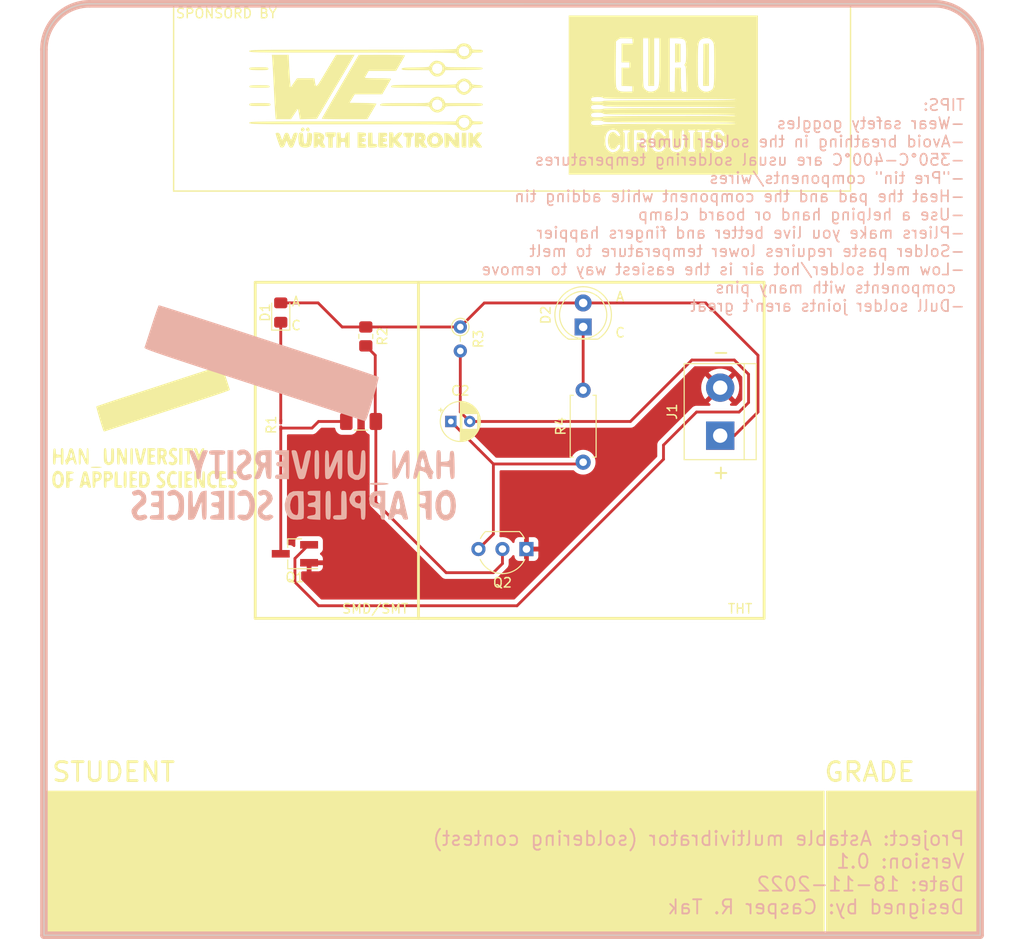
<source format=kicad_pcb>
(kicad_pcb (version 20211014) (generator pcbnew)
  (title_block (title "Soldering contest PCB HAN") (date "2022-11-18") (rev "V0.1") (company "HAN") (comment 1 "Designed by: Casper R. Tak"))
  (layers (0 "F.Cu" signal) (31 "B.Cu" signal) (34 "B.Paste" user) (35 "F.Paste" user) (36 "B.SilkS" user "B.Silkscreen") (37 "F.SilkS" user "F.Silkscreen") (38 "B.Mask" user) (39 "F.Mask" user) (44 "Edge.Cuts" user))
  (net 0 "")
  (net 1 "Net-(C1-Pad1)")
  (net 2 "Net-(C1-Pad2)")
  (net 3 "Net-(C2-Pad1)")
  (net 4 "Net-(C2-Pad2)")
  (net 5 "Net-(D1-Pad1)")
  (net 6 "Net-(D1-Pad2)")
  (net 7 "Net-(D2-Pad1)")
  (net 8 "GND")
  (footprint "Resistor_SMD:R_0805_2012Metric_Pad1.20x1.40mm_HandSolder" (layer "F.Cu") (at 145.304 86.5 -90)
    (fp_text reference "R2" (at 0 -1.762 90) (layer "F.SilkS"))
    (fp_text value "10k")
    (pad "1" smd roundrect (at -1 0 270) (size 1.2 1.4) (layers "F.Cu" "F.Paste" "F.Mask") (roundrect_rratio 0.208333) (net 6 "Net-(D1-Pad2)"))
    (pad "2" smd roundrect (at 1 0 270) (size 1.2 1.4) (layers "F.Cu" "F.Paste" "F.Mask") (roundrect_rratio 0.208333) (net 2 "Net-(C1-Pad2)"))
  )
  (footprint "MountingHole:MountingHole_4.3mm_M4" (layer "F.Cu") (at 205.486 56.134)
    (fp_text reference "REF**" hide)
    (fp_text value "MountingHole_4.3mm_M4")
    (pad "" np_thru_hole circle (at 0 0) (size 4.3 4.3) (drill 4.3) (layers *.Cu *.Mask))
  )
  (footprint "LOGO" (layer "F.Cu") (at 145.288 60.96)
    (fp_text reference "G***" hide)
    (fp_text value "LOGO" hide)
  )
  (footprint "LED_THT:LED_D5.0mm_Clear" (layer "F.Cu") (at 168.304 85.5 90)
    (fp_text reference "D2" (at 1.27 -3.96 90) (layer "F.SilkS"))
    (fp_text value "LED")
    (pad "1" thru_hole rect (at 0 0 90) (size 1.8 1.8) (drill 0.9) (layers *.Cu *.Mask) (net 7 "Net-(D2-Pad1)"))
    (pad "2" thru_hole circle (at 2.54 0 90) (size 1.8 1.8) (drill 0.9) (layers *.Cu *.Mask) (net 6 "Net-(D1-Pad2)"))
  )
  (footprint "Capacitor_SMD:C_1206_3216Metric_Pad1.33x1.80mm_HandSolder" (layer "F.Cu") (at 144.804 95.5)
    (fp_text reference "C1" (at 0 -1.85) (layer "F.SilkS"))
    (fp_text value "10uF 16V")
    (pad "1" smd roundrect (at -1.5625 0) (size 1.325 1.8) (layers "F.Cu" "F.Paste" "F.Mask") (roundrect_rratio 0.188679) (net 1 "Net-(C1-Pad1)"))
    (pad "2" smd roundrect (at 1.5625 0) (size 1.325 1.8) (layers "F.Cu" "F.Paste" "F.Mask") (roundrect_rratio 0.188679) (net 2 "Net-(C1-Pad2)"))
  )
  (footprint "LOGO" (layer "F.Cu") (at 121.92 96.012)
    (fp_text reference "G***" hide)
    (fp_text value "LOGO" hide)
  )
  (footprint "LED_SMD:LED_0805_2012Metric_Pad1.15x1.40mm_HandSolder" (layer "F.Cu") (at 136.304 83.975 90)
    (fp_text reference "D1" (at 0 -1.65 90) (layer "F.SilkS"))
    (fp_text value "LED")
    (pad "1" smd roundrect (at -1.025 0 90) (size 1.15 1.4) (layers "F.Cu" "F.Paste" "F.Mask") (roundrect_rratio 0.217391) (net 5 "Net-(D1-Pad1)"))
    (pad "2" smd roundrect (at 1.025 0 90) (size 1.15 1.4) (layers "F.Cu" "F.Paste" "F.Mask") (roundrect_rratio 0.217391) (net 6 "Net-(D1-Pad2)"))
  )
  (footprint "Resistor_SMD:R_01005_0402Metric_Pad0.57x0.30mm_HandSolder" (layer "F.Cu") (at 136.304 95.8625 90)
    (fp_text reference "R1" (at 0 -1 90) (layer "F.SilkS"))
    (fp_text value "2k2")
    (pad "1" smd roundrect (at -0.3375 0 90) (size 0.575 0.3) (layers "F.Cu" "F.Mask") (net 1 "Net-(C1-Pad1)"))
    (pad "2" smd roundrect (at 0.3375 0 90) (size 0.575 0.3) (layers "F.Cu" "F.Mask") (net 5 "Net-(D1-Pad1)"))
  )
  (footprint "Resistor_THT:R_Axial_DIN0207_L6.3mm_D2.5mm_P7.62mm_Horizontal" (layer "F.Cu") (at 168.304 99.81 90)
    (fp_text reference "R4" (at 3.81 -2.37 90) (layer "F.SilkS"))
    (fp_text value "2k2")
    (pad "1" thru_hole circle (at 0 0 90) (size 1.6 1.6) (drill 0.8) (layers *.Cu *.Mask) (net 3 "Net-(C2-Pad1)"))
    (pad "2" thru_hole oval (at 7.62 0 90) (size 1.6 1.6) (drill 0.8) (layers *.Cu *.Mask) (net 7 "Net-(D2-Pad1)"))
  )
  (footprint "Resistor_THT:R_Axial_DIN0204_L3.6mm_D1.6mm_P2.54mm_Vertical" (layer "F.Cu") (at 155.304 85.5 -90)
    (fp_text reference "R3" (at 1.27 -1.92 90) (layer "F.SilkS"))
    (fp_text value "10k")
    (pad "1" thru_hole circle (at 0 0 270) (size 1.4 1.4) (drill 0.7) (layers *.Cu *.Mask) (net 6 "Net-(D1-Pad2)"))
    (pad "2" thru_hole oval (at 2.54 0 270) (size 1.4 1.4) (drill 0.7) (layers *.Cu *.Mask) (net 4 "Net-(C2-Pad2)"))
  )
  (footprint "TerminalBlock:TerminalBlock_bornier-2_P5.08mm" (layer "F.Cu") (at 182.804 97 90)
    (fp_text reference "J1" (at 2.54 -5.08 90) (layer "F.SilkS"))
    (fp_text value "Screw_Terminal_01x02")
    (pad "1" thru_hole rect (at 0 0 90) (size 3 3) (drill 1.52) (layers *.Cu *.Mask) (net 6 "Net-(D1-Pad2)"))
    (pad "2" thru_hole circle (at 5.08 0 90) (size 3 3) (drill 1.52) (layers *.Cu *.Mask) (net 8 "GND"))
  )
  (footprint "Capacitor_THT:CP_Radial_D4.0mm_P2.00mm" (layer "F.Cu") (at 154.304 95.5)
    (fp_text reference "C2" (at 1 -3.25) (layer "F.SilkS"))
    (fp_text value "10uF 16V")
    (pad "1" thru_hole rect (at 0 0) (size 1.2 1.2) (drill 0.6) (layers *.Cu *.Mask) (net 3 "Net-(C2-Pad1)"))
    (pad "2" thru_hole circle (at 2 0) (size 1.2 1.2) (drill 0.6) (layers *.Cu *.Mask) (net 4 "Net-(C2-Pad2)"))
  )
  (footprint "Package_TO_SOT_SMD:SOT-23_Handsoldering" (layer "F.Cu") (at 137.804 109.5 180)
    (fp_text reference "Q1" (at 0 -2.5) (layer "F.SilkS"))
    (fp_text value "2N3904")
    (pad "1" smd rect (at -1.5 -0.95 180) (size 1.9 0.8) (layers "F.Cu" "F.Paste" "F.Mask") (net 8 "GND"))
    (pad "2" smd rect (at -1.5 0.95 180) (size 1.9 0.8) (layers "F.Cu" "F.Paste" "F.Mask") (net 4 "Net-(C2-Pad2)"))
    (pad "3" smd rect (at 1.5 0 180) (size 1.9 0.8) (layers "F.Cu" "F.Paste" "F.Mask") (net 1 "Net-(C1-Pad1)"))
  )
  (footprint "MountingHole:MountingHole_4.3mm_M4" (layer "F.Cu") (at 116.078 56.134)
    (fp_text reference "REF**" hide)
    (fp_text value "MountingHole_4.3mm_M4")
    (pad "" np_thru_hole circle (at 0 0) (size 4.3 4.3) (drill 4.3) (layers *.Cu *.Mask))
  )
  (footprint "Package_TO_SOT_THT:TO-92_Inline_Wide" (layer "F.Cu") (at 162.304 109 180)
    (fp_text reference "Q2" (at 2.54 -3.56 180) (layer "F.SilkS"))
    (fp_text value "2N3904")
    (pad "1" thru_hole rect (at 0 0 180) (size 1.5 1.5) (drill 0.8) (layers *.Cu *.Mask) (net 8 "GND"))
    (pad "2" thru_hole circle (at 2.54 0 180) (size 1.5 1.5) (drill 0.8) (layers *.Cu *.Mask) (net 2 "Net-(C1-Pad2)"))
    (pad "3" thru_hole circle (at 5.08 0 180) (size 1.5 1.5) (drill 0.8) (layers *.Cu *.Mask) (net 3 "Net-(C2-Pad1)"))
  )
  (footprint "LOGO" (layer "F.Cu") (at 176.784 60.96)
    (fp_text reference "G***" hide)
    (fp_text value "LOGO" hide)
  )
  (footprint "LOGO" (layer "B.Cu") (at 137.668 94.488 180)
    (fp_text reference "G***" hide)
    (fp_text value "LOGO" hide)
  )
  (gr_line (start 210.312 149.86) (end 111.252 149.86) (layer "B.SilkS") (width 0.15))
  (gr_line (start 210.305321 149.86) (end 111.245321 149.86) (layer "B.SilkS") (width 0.8))
  (gr_arc (start 205.479321 51.301321) (mid 208.896541 52.71678) (end 210.312 56.134) (layer "B.SilkS") (width 0.8))
  (gr_line (start 210.312 56.134) (end 210.305321 149.86) (layer "B.SilkS") (width 0.8))
  (gr_line (start 111.245321 149.86) (end 111.245321 56.134) (layer "B.SilkS") (width 0.8))
  (gr_line (start 116.071321 51.308) (end 205.479321 51.301321) (layer "B.SilkS") (width 0.8))
  (gr_arc (start 111.245321 56.134) (mid 112.658824 52.721503) (end 116.071321 51.308) (layer "B.SilkS") (width 0.8))
  (gr_line (start 196.596 71.12) (end 124.968 71.12) (layer "F.SilkS") (width 0.15))
  (gr_poly (pts (xy 210.312 149.86) (xy 194.056 149.86) (xy 194.056 134.62) (xy 210.312 134.62)) (layer "F.SilkS") (width 0.1) (fill solid))
  (gr_line (start 150.876 80.772) (end 150.876 116.332) (layer "F.SilkS") (width 0.3))
  (gr_line (start 133.604 116.332) (end 133.604 80.772) (layer "F.SilkS") (width 0.3))
  (gr_poly (pts (xy 193.802 149.86) (xy 111.252 149.86) (xy 111.252 134.62) (xy 193.802 134.62)) (layer "F.SilkS") (width 0.1) (fill solid))
  (gr_line (start 187.452 116.332) (end 133.604 116.332) (layer "F.SilkS") (width 0.3))
  (gr_line (start 133.604 80.772) (end 187.452 80.772) (layer "F.SilkS") (width 0.3))
  (gr_line (start 196.596 51.308) (end 196.596 71.12) (layer "F.SilkS") (width 0.15))
  (gr_line (start 124.968 71.12) (end 124.968 51.308) (layer "F.SilkS") (width 0.15))
  (gr_line (start 187.452 80.772) (end 187.452 116.332) (layer "F.SilkS") (width 0.3))
  (gr_line (start 111.252 149.86) (end 111.252 56.134) (layer "Edge.Cuts") (width 0.1))
  (gr_line (start 210.312 149.86) (end 111.252 149.86) (layer "Edge.Cuts") (width 0.1))
  (gr_line (start 116.078 51.308) (end 205.486 51.301321) (layer "Edge.Cuts") (width 0.1))
  (gr_arc (start 111.252 56.134) (mid 112.665503 52.721503) (end 116.078 51.308) (layer "Edge.Cuts") (width 0.1))
  (gr_arc (start 205.486 51.301321) (mid 208.90322 52.71678) (end 210.318679 56.134) (layer "Edge.Cuts") (width 0.1))
  (gr_line (start 210.318679 56.134) (end 210.312 149.86) (layer "Edge.Cuts") (width 0.1))
  (gr_text "TIPS:\n-Wear safety goggles\n-Avoid breathing in the solder fumes\n-350°C-400°C are usual soldering temperatures\n-{dblquote}Pre tin{dblquote} components/wires\n-Heat the pad and the component while adding tin\n-Use a helping hand or board clamp\n-Pliers make you live better and fingers happier\n-Solder paste requires lower temperature to melt\n-Low melt solder/hot air is the easiest way to remove \n components with many pins\n-Dull solder joints aren't great\n" (at 208.788 72.644) (layer "B.SilkS") (effects (font (size 1.2 1.2) (thickness 0.17)) (justify left mirror)))
  (gr_text "Project: Astable multivibrator (soldering contest)\nVersion: 0.1\nDate: 18-11-2022\nDesigned by: Casper R. Tak" (at 208.788 143.256) (layer "B.SilkS") (effects (font (size 1.5 1.5) (thickness 0.2)) (justify left mirror)))
  (gr_text "SPONSORD BY" (at 130.556 52.324) (layer "F.SilkS") (effects (font (size 1 1))))
  (gr_text "C" (at 172.212 86.106) (layer "F.SilkS") (effects (font (size 1 1))))
  (gr_text "-" (at 182.88 88.138) (layer "F.SilkS") (effects (font (size 1.5 1.5) (thickness 0.2))))
  (gr_text "THT\n" (at 184.912 115.316) (layer "F.SilkS") (effects (font (size 1 1))))
  (gr_text "GRADE\n" (at 198.628 132.588) (layer "F.SilkS") (effects (font (size 2 2) (thickness 0.3))))
  (gr_text "+\n" (at 182.88 100.838) (layer "F.SilkS") (effects (font (size 1.5 1.5) (thickness 0.2))))
  (gr_text "C" (at 137.922 85.344) (layer "F.SilkS") (effects (font (size 1 1))))
  (gr_text "SMD/SMT\n" (at 146.304 115.316) (layer "F.SilkS") (effects (font (size 1 1))))
  (gr_text "STUDENT" (at 118.618 132.588) (layer "F.SilkS") (effects (font (size 2 2) (thickness 0.3))))
  (gr_text "A\n" (at 172.212 82.296) (layer "F.SilkS") (effects (font (size 1 1))))
  (gr_text "A\n" (at 137.922 82.804) (layer "F.SilkS") (effects (font (size 1 1))))
  (segment (start 139.604 96.2) (end 136.304 96.2) (width 0.3) (layer "F.Cu") (net 1))
  (segment (start 140.304 95.5) (end 139.604 96.2) (width 0.3) (layer "F.Cu") (net 1))
  (segment (start 136.304 109.5) (end 136.304 96.2) (width 0.3) (layer "F.Cu") (net 1))
  (segment (start 143.2415 95.5) (end 140.304 95.5) (width 0.3) (layer "F.Cu") (net 1))
  (segment (start 146.3665 104.0625) (end 146.3665 95.5) (width 0.3) (layer "F.Cu") (net 2))
  (segment (start 159.764 109) (end 159.764 110.54) (width 0.3) (layer "F.Cu") (net 2))
  (segment (start 145.304 87.5) (end 146.304 88.5) (width 0.3) (layer "F.Cu") (net 2))
  (segment (start 146.304 95.4375) (end 146.3665 95.5) (width 0.3) (layer "F.Cu") (net 2))
  (segment (start 146.304 88.5) (end 146.304 95.4375) (width 0.3) (layer "F.Cu") (net 2))
  (segment (start 159.764 110.54) (end 158.804 111.5) (width 0.3) (layer "F.Cu") (net 2))
  (segment (start 158.804 111.5) (end 153.804 111.5) (width 0.3) (layer "F.Cu") (net 2))
  (segment (start 153.804 111.5) (end 146.3665 104.0625) (width 0.3) (layer "F.Cu") (net 2))
  (segment (start 157.224 98.42) (end 154.304 95.5) (width 0.3) (layer "F.Cu") (net 3))
  (segment (start 158.804 107.42) (end 158.804 100) (width 0.3) (layer "F.Cu") (net 3))
  (segment (start 168.304 99.81) (end 168.114 100) (width 0.3) (layer "F.Cu") (net 3))
  (segment (start 168.114 100) (end 158.804 100) (width 0.3) (layer "F.Cu") (net 3))
  (segment (start 158.804 100) (end 157.224 98.42) (width 0.3) (layer "F.Cu") (net 3))
  (segment (start 157.224 109) (end 158.804 107.42) (width 0.3) (layer "F.Cu") (net 3))
  (segment (start 156.304 95.5) (end 173.304 95.5) (width 0.3) (layer "F.Cu") (net 4))
  (segment (start 185.804 93.5) (end 184.804 94.5) (width 0.3) (layer "F.Cu") (net 4))
  (segment (start 139.254 108.55) (end 139.304 108.55) (width 0.3) (layer "F.Cu") (net 4))
  (segment (start 184.804 94.5) (end 180.304 94.5) (width 0.3) (layer "F.Cu") (net 4))
  (segment (start 180.304 94.5) (end 176.804 98) (width 0.3) (layer "F.Cu") (net 4))
  (segment (start 184.304 89) (end 185.804 90.5) (width 0.3) (layer "F.Cu") (net 4))
  (segment (start 176.804 98) (end 176.804 99.5) (width 0.3) (layer "F.Cu") (net 4))
  (segment (start 173.304 95.5) (end 179.804 89) (width 0.3) (layer "F.Cu") (net 4))
  (segment (start 176.804 99.5) (end 161.304 115) (width 0.3) (layer "F.Cu") (net 4))
  (segment (start 140.304 115) (end 137.804 112.5) (width 0.3) (layer "F.Cu") (net 4))
  (segment (start 155.304 88.04) (end 155.304 94.5) (width 0.3) (layer "F.Cu") (net 4))
  (segment (start 185.804 90.5) (end 185.804 93.5) (width 0.3) (layer "F.Cu") (net 4))
  (segment (start 155.304 94.5) (end 156.304 95.5) (width 0.3) (layer "F.Cu") (net 4))
  (segment (start 137.804 110) (end 139.254 108.55) (width 0.3) (layer "F.Cu") (net 4))
  (segment (start 161.304 115) (end 140.304 115) (width 0.3) (layer "F.Cu") (net 4))
  (segment (start 179.804 89) (end 184.304 89) (width 0.3) (layer "F.Cu") (net 4))
  (segment (start 137.804 112.5) (end 137.804 110) (width 0.3) (layer "F.Cu") (net 4))
  (segment (start 136.304 95.525) (end 136.304 85) (width 0.3) (layer "F.Cu") (net 5))
  (segment (start 145.304 85.5) (end 155.304 85.5) (width 0.3) (layer "F.Cu") (net 6))
  (segment (start 157.844 82.96) (end 155.304 85.5) (width 0.3) (layer "F.Cu") (net 6))
  (segment (start 168.304 82.96) (end 181.264 82.96) (width 0.3) (layer "F.Cu") (net 6))
  (segment (start 184.304 97) (end 182.804 97) (width 0.3) (layer "F.Cu") (net 6))
  (segment (start 168.304 82.96) (end 157.844 82.96) (width 0.3) (layer "F.Cu") (net 6))
  (segment (start 142.804 85.5) (end 145.304 85.5) (width 0.3) (layer "F.Cu") (net 6))
  (segment (start 186.804 94.5) (end 184.304 97) (width 0.3) (layer "F.Cu") (net 6))
  (segment (start 181.264 82.96) (end 186.804 88.5) (width 0.3) (layer "F.Cu") (net 6))
  (segment (start 140.254 82.95) (end 142.804 85.5) (width 0.3) (layer "F.Cu") (net 6))
  (segment (start 186.804 88.5) (end 186.804 94.5) (width 0.3) (layer "F.Cu") (net 6))
  (segment (start 136.304 82.95) (end 140.254 82.95) (width 0.3) (layer "F.Cu") (net 6))
  (segment (start 168.304 92.19) (end 168.304 85.5) (width 0.3) (layer "F.Cu") (net 7))
  (zone (net 8) (net_name "GND") (layer "F.Cu") (connect_pads (clearance 0.508)) (min_thickness 0.254) (fill yes (thermal_gap 0.508) (thermal_bridge_width 0.508))
    (polygon (pts (xy 187.304 116.5) (xy 134.804 116.5) (xy 134.804 96.5) (xy 187.304 88)))
  )
)
</source>
